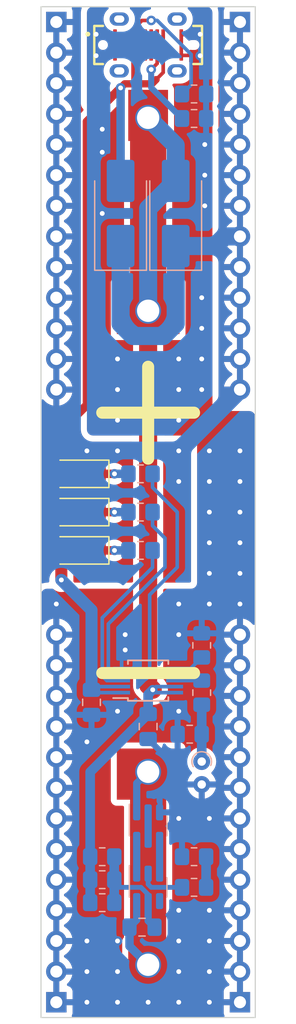
<source format=kicad_pcb>
(kicad_pcb (version 20221018) (generator pcbnew)
  (layers (0 "F.Cu" signal) (31 "B.Cu" signal) (34 "B.Paste" user) (35 "F.Paste" user) (36 "B.SilkS" user "B.Silkscreen") (37 "F.SilkS" user "F.Silkscreen") (38 "B.Mask" user) (39 "F.Mask" user) (44 "Edge.Cuts" user))
  (net 0 "")
  (net 1 "-BATT")
  (net 2 "Net-(Q1-G2)")
  (net 3 "Net-(Q1-G1)")
  (net 4 "+BATT")
  (net 5 "Net-(U1-THERM)")
  (net 6 "Net-(U1-STAT1)")
  (net 7 "Net-(U1-STAT2)")
  (net 8 "Net-(U1-~{PG}{slash}~{TE})")
  (net 9 "VBUS")
  (net 10 "Net-(R6-Pad1)")
  (net 11 "GND")
  (net 12 "Net-(D3-K)")
  (net 13 "Net-(R11-Pad2)")
  (net 14 "Net-(U2-VM)")
  (net 15 "Net-(U1-PROG)")
  (net 16 "Net-(J1-CC2)")
  (net 17 "Net-(J1-CC1)")
  (net 18 "Net-(D1-K)")
  (net 19 "Net-(D2-K)")
  (net 21 "Net-(Q1-D1{slash}D2-Pad2)")
  (net 29 "VCC")
  (net 30 "Net-(U2-VDD)")
  (footprint "LED_SMD:LED_1206_3216Metric_Pad1.42x1.75mm_HandSolder" (layer "F.Cu") (at 168.275 98.425 180)
    (fp_text reference "D3" hide)
    (fp_text value "Green")
    (fp_line (start -2.46 -1.135) (end -2.46 1.135) (stroke (width 0.12)) (layer "F.SilkS"))
    (fp_line (start -2.46 1.135) (end 1.6 1.135) (stroke (width 0.12)) (layer "F.SilkS"))
    (fp_line (start 1.6 -1.135) (end -2.46 -1.135) (stroke (width 0.12)) (layer "F.SilkS"))
    (pad "1" smd roundrect (at -1.4875 0 180) (size 1.425 1.75) (layers "F.Cu" "F.Paste" "F.Mask") (roundrect_rratio 0.175439) (net 12 "Net-(D3-K)"))
    (pad "2" smd roundrect (at 1.4875 0 180) (size 1.425 1.75) (layers "F.Cu" "F.Paste" "F.Mask") (roundrect_rratio 0.175439) (net 9 "VBUS"))
  )
  (footprint "Lantern:GCT_USB4120-03-C" (layer "F.Cu") (at 173.99 62.865)
    (fp_text reference "J1" hide)
    (fp_text value "USB_C_Receptacle_USB2.0")
    (fp_line (start -4.47 -1.58) (end -4.47 1.58) (stroke (width 0.2)) (layer "F.SilkS"))
    (fp_line (start -4.47 1.58) (end -3.75 1.58) (stroke (width 0.2)) (layer "F.SilkS"))
    (fp_line (start -3.75 -1.58) (end -4.47 -1.58) (stroke (width 0.2)) (layer "F.SilkS"))
    (fp_line (start 3.75 -1.58) (end 4.47 -1.58) (stroke (width 0.2)) (layer "F.SilkS"))
    (fp_line (start 4.47 -1.58) (end 4.47 1.58) (stroke (width 0.2)) (layer "F.SilkS"))
    (fp_line (start 4.47 1.58) (end 3.75 1.58) (stroke (width 0.2)) (layer "F.SilkS"))
    (fp_circle (center -5 -0.9) (end -4.9 -0.9) (stroke (width 0.2)) (fill none) (layer "F.SilkS"))
    (pad "" np_thru_hole circle (at -3.75 0) (size 0.52 0.52) (drill 0.52) (layers "*.Cu" "*.Mask"))
    (pad "" np_thru_hole oval (at 3.75 0) (size 0.72 0.52) (drill oval 0.72 0.52) (layers "F&B.Cu" "*.Mask"))
    (pad "A1" smd roundrect (at -2.75 -0.865) (size 0.3 0.87) (layers "F.Cu" "F.Paste" "F.Mask") (roundrect_rratio 0.1666666667) (net 11 "GND"))
    (pad "A4" smd roundrect (at -1.25 -0.865) (size 0.3 0.87) (layers "F.Cu" "F.Paste" "F.Mask") (roundrect_rratio 0.1666666667) (net 9 "VBUS"))
    (pad "A5" smd roundrect (at -0.75 -0.865) (size 0.3 0.87) (layers "F.Cu" "F.Paste" "F.Mask") (roundrect_rratio 0.1666666667) (net 17 "Net-(J1-CC1)"))
    (pad "A6" smd roundrect (at -0.25 -0.865) (size 0.3 0.87) (layers "F.Cu" "F.Paste" "F.Mask") (roundrect_rratio 0.1666666667))
    (pad "A7" smd roundrect (at 0.25 -0.865) (size 0.3 0.87) (layers "F.Cu" "F.Paste" "F.Mask") (roundrect_rratio 0.1666666667))
    (pad "A8" smd roundrect (at 0.75 -0.865) (size 0.3 0.87) (layers "F.Cu" "F.Paste" "F.Mask") (roundrect_rratio 0.1666666667))
    (pad "A9" smd roundrect (at 1.25 -0.865) (size 0.3 0.87) (layers "F.Cu" "F.Paste" "F.Mask") (roundrect_rratio 0.1666666667) (net 9 "VBUS"))
    (pad "A12" smd roundrect (at 2.75 -0.865) (size 0.3 0.87) (layers "F.Cu" "F.Paste" "F.Mask") (roundrect_rratio 0.1666666667) (net 11 "GND"))
    (pad "B1" smd roundrect (at 2.75 0.865) (size 0.3 0.87) (layers "F.Cu" "F.Paste" "F.Mask") (roundrect_rratio 0.1666666667) (net 11 "GND"))
    (pad "B4" smd roundrect (at 1.25 0.865) (size 0.3 0.87) (layers "F.Cu" "F.Paste" "F.Mask") (roundrect_rratio 0.1666666667) (net 9 "VBUS"))
    (pad "B5" smd roundrect (at 0.75 0.865) (size 0.3 0.87) (layers "F.Cu" "F.Paste" "F.Mask") (roundrect_rratio 0.1666666667) (net 16 "Net-(J1-CC2)"))
    (pad "B6" smd roundrect (at 0.25 0.865) (size 0.3 0.87) (layers "F.Cu" "F.Paste" "F.Mask") (roundrect_rratio 0.1666666667))
    (pad "B7" smd roundrect (at -0.25 0.865) (size 0.3 0.87) (layers "F.Cu" "F.Paste" "F.Mask") (roundrect_rratio 0.1666666667))
    (pad "B8" smd roundrect (at -0.75 0.865) (size 0.3 0.87) (layers "F.Cu" "F.Paste" "F.Mask") (roundrect_rratio 0.1666666667))
    (pad "B9" smd roundrect (at -1.25 0.865) (size 0.3 0.87) (layers "F.Cu" "F.Paste" "F.Mask") (roundrect_rratio 0.1666666667) (net 9 "VBUS"))
    (pad "B12" smd roundrect (at -2.75 0.865) (size 0.3 0.87) (layers "F.Cu" "F.Paste" "F.Mask") (roundrect_rratio 0.1666666667) (net 11 "GND"))
    (pad "S1" thru_hole oval (at -2.4 -2.15) (size 1.6 1.1) (drill oval 0.85 0.6) (layers "*.Cu" "*.Mask"))
    (pad "S1" thru_hole oval (at -2.4 2.15) (size 1.6 1.1) (drill oval 0.85 0.6) (layers "*.Cu" "*.Mask"))
    (pad "S1" thru_hole oval (at 2.4 -2.15) (size 1.6 1.1) (drill oval 0.85 0.6) (layers "*.Cu" "*.Mask"))
    (pad "S1" thru_hole oval (at 2.4 2.15) (size 1.6 1.1) (drill oval 0.85 0.6) (layers "*.Cu" "*.Mask"))
  )
  (footprint "LED_SMD:LED_1206_3216Metric_Pad1.42x1.75mm_HandSolder" (layer "F.Cu") (at 168.275 101.6 180)
    (fp_text reference "D2" hide)
    (fp_text value "Green")
    (fp_line (start -2.46 -1.135) (end -2.46 1.135) (stroke (width 0.12)) (layer "F.SilkS"))
    (fp_line (start -2.46 1.135) (end 1.6 1.135) (stroke (width 0.12)) (layer "F.SilkS"))
    (fp_line (start 1.6 -1.135) (end -2.46 -1.135) (stroke (width 0.12)) (layer "F.SilkS"))
    (pad "1" smd roundrect (at -1.4875 0 180) (size 1.425 1.75) (layers "F.Cu" "F.Paste" "F.Mask") (roundrect_rratio 0.175439) (net 19 "Net-(D2-K)"))
    (pad "2" smd roundrect (at 1.4875 0 180) (size 1.425 1.75) (layers "F.Cu" "F.Paste" "F.Mask") (roundrect_rratio 0.175439) (net 9 "VBUS"))
  )
  (footprint "Lantern:Keystone_254_holder" (layer "F.Cu") (at 173.99 104.02)
    (fp_text reference "BT1" hide)
    (fp_text value "Li-ion cell")
    (fp_text user "-" (at 0 10.16 unlocked) (layer "F.SilkS") (effects (font (size 10 10) (thickness 1))))
    (fp_text user "+" (at 0 -11.43 unlocked) (layer "F.SilkS") (effects (font (size 10 10) (thickness 1))))
    (pad "1" smd rect (at 0 -35.315 270) (size 4.24 3.3) (layers "F.Cu" "F.Paste" "F.Mask") (net 4 "+BATT"))
    (pad "1" thru_hole circle (at 0 -35.115 270) (size 2.15 2.15) (drill 1.85) (layers "*.Cu" "*.Mask") (net 4 "+BATT"))
    (pad "1" smd rect (at 0 -19.305 270) (size 4.24 5.2) (layers "F.Cu" "F.Paste" "F.Mask") (net 4 "+BATT"))
    (pad "1" thru_hole circle (at 0 -19.115 270) (size 2.15 2.15) (drill 1.85) (layers "*.Cu" "*.Mask") (net 4 "+BATT"))
    (pad "2" thru_hole circle (at 0 19.115 270) (size 2.15 2.15) (drill 1.85) (layers "*.Cu" "*.Mask") (net 1 "-BATT"))
    (pad "2" smd rect (at 0 19.305 270) (size 4.24 5.2) (layers "F.Cu" "F.Paste" "F.Mask") (net 1 "-BATT"))
    (pad "2" thru_hole circle (at 0 35.115 270) (size 2.15 2.15) (drill 1.85) (layers "*.Cu" "*.Mask") (net 1 "-BATT"))
    (pad "2" smd rect (at 0 35.315 270) (size 4.24 3.3) (layers "F.Cu" "F.Paste" "F.Mask") (net 1 "-BATT"))
  )
  (footprint "LED_SMD:LED_1206_3216Metric_Pad1.42x1.75mm_HandSolder" (layer "F.Cu") (at 168.275 104.775 180)
    (fp_text reference "D1" hide)
    (fp_text value "Green")
    (fp_line (start -2.46 -1.135) (end -2.46 1.135) (stroke (width 0.12)) (layer "F.SilkS"))
    (fp_line (start -2.46 1.135) (end 1.6 1.135) (stroke (width 0.12)) (layer "F.SilkS"))
    (fp_line (start 1.6 -1.135) (end -2.46 -1.135) (stroke (width 0.12)) (layer "F.SilkS"))
    (pad "1" smd roundrect (at -1.4875 0 180) (size 1.425 1.75) (layers "F.Cu" "F.Paste" "F.Mask") (roundrect_rratio 0.175439) (net 18 "Net-(D1-K)"))
    (pad "2" smd roundrect (at 1.4875 0 180) (size 1.425 1.75) (layers "F.Cu" "F.Paste" "F.Mask") (roundrect_rratio 0.175439) (net 9 "VBUS"))
  )
  (footprint "Capacitor_SMD:C_0805_2012Metric_Pad1.18x1.45mm_HandSolder" (layer "B.Cu") (at 173.482 136.017 180)
    (fp_text reference "C3" hide)
    (fp_text value "0µ1")
    (fp_line (start -0.261252 -0.735) (end 0.261252 -0.735) (stroke (width 0.12)) (layer "B.SilkS"))
    (fp_line (start -0.261252 0.735) (end 0.261252 0.735) (stroke (width 0.12)) (layer "B.SilkS"))
    (pad "1" smd roundrect (at -1.0375 0 180) (size 1.175 1.45) (layers "B.Cu" "B.Paste" "B.Mask") (roundrect_rratio 0.212766) (net 30 "Net-(U2-VDD)"))
    (pad "2" smd roundrect (at 1.0375 0 180) (size 1.175 1.45) (layers "B.Cu" "B.Paste" "B.Mask") (roundrect_rratio 0.212766) (net 1 "-BATT"))
  )
  (footprint "Connector_PinHeader_2.54mm:PinHeader_1x13_P2.54mm_Vertical" (layer "B.Cu") (at 181.61 142.24)
    (fp_text reference "J5" hide)
    (fp_text value "Conn_01x13")
    (pad "1" thru_hole rect (at 0 0) (size 1.7 1.7) (drill 1) (layers "*.Cu" "*.Mask") (net 11 "GND"))
    (pad "2" thru_hole oval (at 0 -2.54) (size 1.7 1.7) (drill 1) (layers "*.Cu" "*.Mask") (net 11 "GND"))
    (pad "3" thru_hole oval (at 0 -5.08) (size 1.7 1.7) (drill 1) (layers "*.Cu" "*.Mask") (net 11 "GND"))
    (pad "4" thru_hole oval (at 0 -7.62) (size 1.7 1.7) (drill 1) (layers "*.Cu" "*.Mask") (net 11 "GND"))
    (pad "5" thru_hole oval (at 0 -10.16) (size 1.7 1.7) (drill 1) (layers "*.Cu" "*.Mask") (net 11 "GND"))
    (pad "6" thru_hole oval (at 0 -12.7) (size 1.7 1.7) (drill 1) (layers "*.Cu" "*.Mask") (net 11 "GND"))
    (pad "7" thru_hole oval (at 0 -15.24) (size 1.7 1.7) (drill 1) (layers "*.Cu" "*.Mask") (net 11 "GND"))
    (pad "8" thru_hole oval (at 0 -17.78) (size 1.7 1.7) (drill 1) (layers "*.Cu" "*.Mask") (net 11 "GND"))
    (pad "9" thru_hole oval (at 0 -20.32) (size 1.7 1.7) (drill 1) (layers "*.Cu" "*.Mask") (net 11 "GND"))
    (pad "10" thru_hole oval (at 0 -22.86) (size 1.7 1.7) (drill 1) (layers "*.Cu" "*.Mask") (net 11 "GND"))
    (pad "11" thru_hole oval (at 0 -25.4) (size 1.7 1.7) (drill 1) (layers "*.Cu" "*.Mask") (net 11 "GND"))
    (pad "12" thru_hole oval (at 0 -27.94) (size 1.7 1.7) (drill 1) (layers "*.Cu" "*.Mask") (net 11 "GND"))
    (pad "13" thru_hole oval (at 0 -30.48) (size 1.7 1.7) (drill 1) (layers "*.Cu" "*.Mask") (net 11 "GND"))
  )
  (footprint "Connector_PinHeader_2.54mm:PinHeader_1x13_P2.54mm_Vertical" (layer "B.Cu") (at 166.37 142.24)
    (fp_text reference "J4" hide)
    (fp_text value "Conn_01x13")
    (pad "1" thru_hole rect (at 0 0) (size 1.7 1.7) (drill 1) (layers "*.Cu" "*.Mask") (net 11 "GND"))
    (pad "2" thru_hole oval (at 0 -2.54) (size 1.7 1.7) (drill 1) (layers "*.Cu" "*.Mask") (net 11 "GND"))
    (pad "3" thru_hole oval (at 0 -5.08) (size 1.7 1.7) (drill 1) (layers "*.Cu" "*.Mask") (net 11 "GND"))
    (pad "4" thru_hole oval (at 0 -7.62) (size 1.7 1.7) (drill 1) (layers "*.Cu" "*.Mask") (net 11 "GND"))
    (pad "5" thru_hole oval (at 0 -10.16) (size 1.7 1.7) (drill 1) (layers "*.Cu" "*.Mask") (net 11 "GND"))
    (pad "6" thru_hole oval (at 0 -12.7) (size 1.7 1.7) (drill 1) (layers "*.Cu" "*.Mask") (net 11 "GND"))
    (pad "7" thru_hole oval (at 0 -15.24) (size 1.7 1.7) (drill 1) (layers "*.Cu" "*.Mask") (net 11 "GND"))
    (pad "8" thru_hole oval (at 0 -17.78) (size 1.7 1.7) (drill 1) (layers "*.Cu" "*.Mask") (net 11 "GND"))
    (pad "9" thru_hole oval (at 0 -20.32) (size 1.7 1.7) (drill 1) (layers "*.Cu" "*.Mask") (net 11 "GND"))
    (pad "10" thru_hole oval (at 0 -22.86) (size 1.7 1.7) (drill 1) (layers "*.Cu" "*.Mask") (net 11 "GND"))
    (pad "11" thru_hole oval (at 0 -25.4) (size 1.7 1.7) (drill 1) (layers "*.Cu" "*.Mask") (net 11 "GND"))
    (pad "12" thru_hole oval (at 0 -27.94) (size 1.7 1.7) (drill 1) (layers "*.Cu" "*.Mask") (net 11 "GND"))
    (pad "13" thru_hole oval (at 0 -30.48) (size 1.7 1.7) (drill 1) (layers "*.Cu" "*.Mask") (net 11 "GND"))
  )
  (footprint "Capacitor_SMD:C_0805_2012Metric_Pad1.18x1.45mm_HandSolder" (layer "B.Cu") (at 169.291 117.3734 -90)
    (fp_text reference "C1" hide)
    (fp_text value "10µ")
    (fp_line (start -0.261252 -0.735) (end 0.261252 -0.735) (stroke (width 0.12)) (layer "B.SilkS"))
    (fp_line (start -0.261252 0.735) (end 0.261252 0.735) (stroke (width 0.12)) (layer "B.SilkS"))
    (pad "1" smd roundrect (at -1.0375 0 270) (size 1.175 1.45) (layers "B.Cu" "B.Paste" "B.Mask") (roundrect_rratio 0.212766) (net 9 "VBUS"))
    (pad "2" smd roundrect (at 1.0375 0 270) (size 1.175 1.45) (layers "B.Cu" "B.Paste" "B.Mask") (roundrect_rratio 0.212766) (net 11 "GND"))
  )
  (footprint "Resistor_SMD:R_0805_2012Metric_Pad1.20x1.40mm_HandSolder" (layer "B.Cu") (at 177.8 66.929)
    (fp_text reference "R2" hide)
    (fp_text value "5k1")
    (fp_line (start -0.227064 -0.735) (end 0.227064 -0.735) (stroke (width 0.12)) (layer "B.SilkS"))
    (fp_line (start -0.227064 0.735) (end 0.227064 0.735) (stroke (width 0.12)) (layer "B.SilkS"))
    (pad "1" smd roundrect (at -1 0) (size 1.2 1.4) (layers "B.Cu" "B.Paste" "B.Mask") (roundrect_rratio 0.208333) (net 17 "Net-(J1-CC1)"))
    (pad "2" smd roundrect (at 1 0) (size 1.2 1.4) (layers "B.Cu" "B.Paste" "B.Mask") (roundrect_rratio 0.208333) (net 11 "GND"))
  )
  (footprint "Connector_PinHeader_2.54mm:PinHeader_1x13_P2.54mm_Vertical" (layer "B.Cu") (at 166.37 60.96 180)
    (fp_text reference "J2" hide)
    (fp_text value "Conn_01x13")
    (pad "1" thru_hole rect (at 0 0 180) (size 1.7 1.7) (drill 1) (layers "*.Cu" "*.Mask") (net 29 "VCC"))
    (pad "2" thru_hole oval (at 0 -2.54 180) (size 1.7 1.7) (drill 1) (layers "*.Cu" "*.Mask") (net 29 "VCC"))
    (pad "3" thru_hole oval (at 0 -5.08 180) (size 1.7 1.7) (drill 1) (layers "*.Cu" "*.Mask") (net 29 "VCC"))
    (pad "4" thru_hole oval (at 0 -7.62 180) (size 1.7 1.7) (drill 1) (layers "*.Cu" "*.Mask") (net 29 "VCC"))
    (pad "5" thru_hole oval (at 0 -10.16 180) (size 1.7 1.7) (drill 1) (layers "*.Cu" "*.Mask") (net 29 "VCC"))
    (pad "6" thru_hole oval (at 0 -12.7 180) (size 1.7 1.7) (drill 1) (layers "*.Cu" "*.Mask") (net 29 "VCC"))
    (pad "7" thru_hole oval (at 0 -15.24 180) (size 1.7 1.7) (drill 1) (layers "*.Cu" "*.Mask") (net 29 "VCC"))
    (pad "8" thru_hole oval (at 0 -17.78 180) (size 1.7 1.7) (drill 1) (layers "*.Cu" "*.Mask") (net 29 "VCC"))
    (pad "9" thru_hole oval (at 0 -20.32 180) (size 1.7 1.7) (drill 1) (layers "*.Cu" "*.Mask") (net 29 "VCC"))
    (pad "10" thru_hole oval (at 0 -22.86 180) (size 1.7 1.7) (drill 1) (layers "*.Cu" "*.Mask") (net 29 "VCC"))
    (pad "11" thru_hole oval (at 0 -25.4 180) (size 1.7 1.7) (drill 1) (layers "*.Cu" "*.Mask") (net 29 "VCC"))
    (pad "12" thru_hole oval (at 0 -27.94 180) (size 1.7 1.7) (drill 1) (layers "*.Cu" "*.Mask") (net 29 "VCC"))
    (pad "13" thru_hole oval (at 0 -30.48 180) (size 1.7 1.7) (drill 1) (layers "*.Cu" "*.Mask") (net 29 "VCC"))
  )
  (footprint "Resistor_SMD:R_0805_2012Metric_Pad1.20x1.40mm_HandSolder" (layer "B.Cu") (at 178.435 112.649 -90)
    (fp_text reference "R13" hide)
    (fp_text value "1k")
    (fp_line (start -0.227064 -0.735) (end 0.227064 -0.735) (stroke (width 0.12)) (layer "B.SilkS"))
    (fp_line (start -0.227064 0.735) (end 0.227064 0.735) (stroke (width 0.12)) (layer "B.SilkS"))
    (pad "1" smd roundrect (at -1 0 270) (size 1.2 1.4) (layers "B.Cu" "B.Paste" "B.Mask") (roundrect_rratio 0.208333) (net 11 "GND"))
    (pad "2" smd roundrect (at 1 0 270) (size 1.2 1.4) (layers "B.Cu" "B.Paste" "B.Mask") (roundrect_rratio 0.208333) (net 15 "Net-(U1-PROG)"))
  )
  (footprint "Resistor_SMD:R_0805_2012Metric_Pad1.20x1.40mm_HandSolder" (layer "B.Cu") (at 170.18 132.08)
    (fp_text reference "R9" hide)
    (fp_text value "1k")
    (fp_line (start -0.227064 -0.735) (end 0.227064 -0.735) (stroke (width 0.12)) (layer "B.SilkS"))
    (fp_line (start -0.227064 0.735) (end 0.227064 0.735) (stroke (width 0.12)) (layer "B.SilkS"))
    (pad "1" smd roundrect (at -1 0) (size 1.2 1.4) (layers "B.Cu" "B.Paste" "B.Mask") (roundrect_rratio 0.208333) (net 4 "+BATT"))
    (pad "2" smd roundrect (at 1 0) (size 1.2 1.4) (layers "B.Cu" "B.Paste" "B.Mask") (roundrect_rratio 0.208333) (net 30 "Net-(U2-VDD)"))
  )
  (footprint "Diode_SMD:D_SMB_Handsoldering" (layer "B.Cu") (at 176.276 76.835 90)
    (fp_text reference "D4" hide)
    (fp_text value "VS-10BQ015")
    (fp_line (start -4.71 -2.15) (end 2.7 -2.15) (stroke (width 0.12)) (layer "B.SilkS"))
    (fp_line (start -4.71 2.15) (end -4.71 -2.15) (stroke (width 0.12)) (layer "B.SilkS"))
    (fp_line (start -4.71 2.15) (end 2.7 2.15) (stroke (width 0.12)) (layer "B.SilkS"))
    (pad "1" smd roundrect (at -2.7 0 90) (size 3.5 2.3) (layers "B.Cu" "B.Paste" "B.Mask") (roundrect_rratio 0.1086956522) (net 29 "VCC"))
    (pad "2" smd roundrect (at 2.7 0 90) (size 3.5 2.3) (layers "B.Cu" "B.Paste" "B.Mask") (roundrect_rratio 0.1086956522) (net 4 "+BATT"))
  )
  (footprint "Resistor_SMD:R_0805_2012Metric_Pad1.20x1.40mm_HandSolder" (layer "B.Cu") (at 178.435 116.57 90)
    (fp_text reference "R6" hide)
    (fp_text value "1k")
    (fp_line (start -0.227064 -0.735) (end 0.227064 -0.735) (stroke (width 0.12)) (layer "B.SilkS"))
    (fp_line (start -0.227064 0.735) (end 0.227064 0.735) (stroke (width 0.12)) (layer "B.SilkS"))
    (pad "1" smd roundrect (at -1 0 90) (size 1.2 1.4) (layers "B.Cu" "B.Paste" "B.Mask") (roundrect_rratio 0.208333) (net 10 "Net-(R6-Pad1)"))
    (pad "2" smd roundrect (at 1 0 90) (size 1.2 1.4) (layers "B.Cu" "B.Paste" "B.Mask") (roundrect_rratio 0.208333) (net 5 "Net-(U1-THERM)"))
  )
  (footprint "Diode_SMD:D_SMB_Handsoldering" (layer "B.Cu") (at 171.704 76.835 90)
    (fp_text reference "D5" hide)
    (fp_text value "VS-10BQ015")
    (fp_line (start -4.71 -2.15) (end 2.7 -2.15) (stroke (width 0.12)) (layer "B.SilkS"))
    (fp_line (start -4.71 2.15) (end -4.71 -2.15) (stroke (width 0.12)) (layer "B.SilkS"))
    (fp_line (start -4.71 2.15) (end 2.7 2.15) (stroke (width 0.12)) (layer "B.SilkS"))
    (pad "1" smd roundrect (at -2.7 0 90) (size 3.5 2.3) (layers "B.Cu" "B.Paste" "B.Mask") (roundrect_rratio 0.1086956522) (net 29 "VCC"))
    (pad "2" smd roundrect (at 2.7 0 90) (size 3.5 2.3) (layers "B.Cu" "B.Paste" "B.Mask") (roundrect_rratio 0.1086956522) (net 9 "VBUS"))
  )
  (footprint "Resistor_SMD:R_0805_2012Metric_Pad1.20x1.40mm_HandSolder" (layer "B.Cu") (at 177.8 132.715)
    (fp_text reference "R11" hide)
    (fp_text value "1k")
    (fp_line (start -0.227064 -0.735) (end 0.227064 -0.735) (stroke (width 0.12)) (layer "B.SilkS"))
    (fp_line (start -0.227064 0.735) (end 0.227064 0.735) (stroke (width 0.12)) (layer "B.SilkS"))
    (pad "1" smd roundrect (at -1 0) (size 1.2 1.4) (layers "B.Cu" "B.Paste" "B.Mask") (roundrect_rratio 0.208333) (net 14 "Net-(U2-VM)"))
    (pad "2" smd roundrect (at 1 0) (size 1.2 1.4) (layers "B.Cu" "B.Paste" "B.Mask") (roundrect_rratio 0.208333) (net 13 "Net-(R11-Pad2)"))
  )
  (footprint "Resistor_SMD:R_0805_2012Metric_Pad1.20x1.40mm_HandSolder" (layer "B.Cu") (at 177.8 68.961)
    (fp_text reference "R1" hide)
    (fp_text value "5k1")
    (fp_line (start -0.227064 -0.735) (end 0.227064 -0.735) (stroke (width 0.12)) (layer "B.SilkS"))
    (fp_line (start -0.227064 0.735) (end 0.227064 0.735) (stroke (width 0.12)) (layer "B.SilkS"))
    (pad "1" smd roundrect (at -1 0) (size 1.2 1.4) (layers "B.Cu" "B.Paste" "B.Mask") (roundrect_rratio 0.208333) (net 16 "Net-(J1-CC2)"))
    (pad "2" smd roundrect (at 1 0) (size 1.2 1.4) (layers "B.Cu" "B.Paste" "B.Mask") (roundrect_rratio 0.208333) (net 11 "GND"))
  )
  (footprint "Resistor_SMD:R_0805_2012Metric_Pad1.20x1.40mm_HandSolder" (layer "B.Cu") (at 173.355 104.775 180)
    (fp_text reference "R3" hide)
    (fp_text value "1k")
    (fp_line (start -0.227064 -0.735) (end 0.227064 -0.735) (stroke (width 0.12)) (layer "B.SilkS"))
    (fp_line (start -0.227064 0.735) (end 0.227064 0.735) (stroke (width 0.12)) (layer "B.SilkS"))
    (pad "1" smd roundrect (at -1 0 180) (size 1.2 1.4) (layers "B.Cu" "B.Paste" "B.Mask") (roundrect_rratio 0.208333) (net 6 "Net-(U1-STAT1)"))
    (pad "2" smd roundrect (at 1 0 180) (size 1.2 1.4) (layers "B.Cu" "B.Paste" "B.Mask") (roundrect_rratio 0.208333) (net 18 "Net-(D1-K)"))
  )
  (footprint "Resistor_SMD:R_0805_2012Metric_Pad1.20x1.40mm_HandSolder" (layer "B.Cu") (at 173.355 101.6 180)
    (fp_text reference "R4" hide)
    (fp_text value "1k")
    (fp_line (start -0.227064 -0.735) (end 0.227064 -0.735) (stroke (width 0.12)) (layer "B.SilkS"))
    (fp_line (start -0.227064 0.735) (end 0.227064 0.735) (stroke (width 0.12)) (layer "B.SilkS"))
    (pad "1" smd roundrect (at -1 0 180) (size 1.2 1.4) (layers "B.Cu" "B.Paste" "B.Mask") (roundrect_rratio 0.208333) (net 7 "Net-(U1-STAT2)"))
    (pad "2" smd roundrect (at 1 0 180) (size 1.2 1.4) (layers "B.Cu" "B.Paste" "B.Mask") (roundrect_rratio 0.208333) (net 19 "Net-(D2-K)"))
  )
  (footprint "Connector_PinHeader_2.54mm:PinHeader_1x13_P2.54mm_Vertical" (layer "B.Cu") (at 181.61 60.96 180)
    (fp_text reference "J3" hide)
    (fp_text value "Conn_01x13")
    (pad "1" thru_hole rect (at 0 0 180) (size 1.7 1.7) (drill 1) (layers "*.Cu" "*.Mask") (net 29 "VCC"))
    (pad "2" thru_hole oval (at 0 -2.54 180) (size 1.7 1.7) (drill 1) (layers "*.Cu" "*.Mask") (net 29 "VCC"))
    (pad "3" thru_hole oval (at 0 -5.08 180) (size 1.7 1.7) (drill 1) (layers "*.Cu" "*.Mask") (net 29 "VCC"))
    (pad "4" thru_hole oval (at 0 -7.62 180) (size 1.7 1.7) (drill 1) (layers "*.Cu" "*.Mask") (net 29 "VCC"))
    (pad "5" thru_hole oval (at 0 -10.16 180) (size 1.7 1.7) (drill 1) (layers "*.Cu" "*.Mask") (net 29 "VCC"))
    (pad "6" thru_hole oval (at 0 -12.7 180) (size 1.7 1.7) (drill 1) (layers "*.Cu" "*.Mask") (net 29 "VCC"))
    (pad "7" thru_hole oval (at 0 -15.24 180) (size 1.7 1.7) (drill 1) (layers "*.Cu" "*.Mask") (net 29 "VCC"))
    (pad "8" thru_hole oval (at 0 -17.78 180) (size 1.7 1.7) (drill 1) (layers "*.Cu" "*.Mask") (net 29 "VCC"))
    (pad "9" thru_hole oval (at 0 -20.32 180) (size 1.7 1.7) (drill 1) (layers "*.Cu" "*.Mask") (net 29 "VCC"))
    (pad "10" thru_hole oval (at 0 -22.86 180) (size 1.7 1.7) (drill 1) (layers "*.Cu" "*.Mask") (net 29 "VCC"))
    (pad "11" thru_hole oval (at 0 -25.4 180) (size 1.7 1.7) (drill 1) (layers "*.Cu" "*.Mask") (net 29 "VCC"))
    (pad "12" thru_hole oval (at 0 -27.94 180) (size 1.7 1.7) (drill 1) (layers "*.Cu" "*.Mask") (net 29 "VCC"))
    (pad "13" thru_hole oval (at 0 -30.48 180) (size 1.7 1.7) (drill 1) (layers "*.Cu" "*.Mask") (net 29 "VCC"))
  )
  (footprint "Resistor_SMD:R_0805_2012Metric_Pad1.20x1.40mm_HandSolder" (layer "B.Cu") (at 170.18 133.985)
    (fp_text reference "R8" hide)
    (fp_text value "1k")
    (fp_line (start -0.227064 -0.735) (end 0.227064 -0.735) (stroke (width 0.12)) (layer "B.SilkS"))
    (fp_line (start -0.227064 0.735) (end 0.227064 0.735) (stroke (width 0.12)) (layer "B.SilkS"))
    (pad "1" smd roundrect (at -1 0) (size 1.2 1.4) (layers "B.Cu" "B.Paste" "B.Mask") (roundrect_rratio 0.208333) (net 4 "+BATT"))
    (pad "2" smd roundrect (at 1 0) (size 1.2 1.4) (layers "B.Cu" "B.Paste" "B.Mask") (roundrect_rratio 0.208333) (net 30 "Net-(U2-VDD)"))
  )
  (footprint "Capacitor_SMD:C_0805_2012Metric_Pad1.18x1.45mm_HandSolder" (layer "B.Cu") (at 173.99 119.38 -90)
    (fp_text reference "C2" hide)
    (fp_text value "10µ")
    (fp_line (start -0.261252 -0.735) (end 0.261252 -0.735) (stroke (width 0.12)) (layer "B.SilkS"))
    (fp_line (start -0.261252 0.735) (end 0.261252 0.735) (stroke (width 0.12)) (layer "B.SilkS"))
    (pad "1" smd roundrect (at -1.0375 0 270) (size 1.175 1.45) (layers "B.Cu" "B.Paste" "B.Mask") (roundrect_rratio 0.212766) (net 4 "+BATT"))
    (pad "2" smd roundrect (at 1.0375 0 270) (size 1.175 1.45) (layers "B.Cu" "B.Paste" "B.Mask") (roundrect_rratio 0.212766) (net 11 "GND"))
  )
  (footprint "Resistor_SMD:R_0805_2012Metric_Pad1.20x1.40mm_HandSolder" (layer "B.Cu") (at 177.435 120.015 180)
    (fp_text reference "R7" hide)
    (fp_text value "100k")
    (fp_line (start -0.227064 -0.735) (end 0.227064 -0.735) (stroke (width 0.12)) (layer "B.SilkS"))
    (fp_line (start -0.227064 0.735) (end 0.227064 0.735) (stroke (width 0.12)) (layer "B.SilkS"))
    (pad "1" smd roundrect (at -1 0 180) (size 1.2 1.4) (layers "B.Cu" "B.Paste" "B.Mask") (roundrect_rratio 0.208333) (net 10 "Net-(R6-Pad1)"))
    (pad "2" smd roundrect (at 1 0 180) (size 1.2 1.4) (layers "B.Cu" "B.Paste" "B.Mask") (roundrect_rratio 0.208333) (net 11 "GND"))
  )
  (footprint "Resistor_THT:R_Axial_DIN0204_L3.6mm_D1.6mm_P1.90mm_Vertical" (layer "B.Cu") (at 178.435 122.285 -90)
    (fp_text reference "TH1" hide)
    (fp_text value "10k")
    (fp_arc (start 0.417133 0.7) (mid -0.813042 0.054435) (end 0.320095 -0.749359) (stroke (width 0.12)) (layer "B.SilkS"))
    (pad "1" thru_hole circle (at 0 0 270) (size 1.4 1.4) (drill 0.7) (layers "*.Cu" "*.Mask") (net 10 "Net-(R6-Pad1)"))
    (pad "2" thru_hole oval (at 1.9 0 270) (size 1.4 1.4) (drill 0.7) (layers "*.Cu" "*.Mask") (net 11 "GND"))
  )
  (footprint "Resistor_SMD:R_0805_2012Metric_Pad1.20x1.40mm_HandSolder" (layer "B.Cu") (at 170.18 130.175)
    (fp_text reference "R10" hide)
    (fp_text value "1k")
    (fp_line (start -0.227064 -0.735) (end 0.227064 -0.735) (stroke (width 0.12)) (layer "B.SilkS"))
    (fp_line (start -0.227064 0.735) (end 0.227064 0.735) (stroke (width 0.12)) (layer "B.SilkS"))
    (pad "1" smd roundrect (at -1 0) (size 1.2 1.4) (layers "B.Cu" "B.Paste" "B.Mask") (roundrect_rratio 0.208333) (net 4 "+BATT"))
    (pad "2" smd roundrect (at 1 0) (size 1.2 1.4) (layers "B.Cu" "B.Paste" "B.Mask") (roundrect_rratio 0.208333) (net 30 "Net-(U2-VDD)"))
  )
  (footprint "Package_TO_SOT_SMD:SOT-23-6" (layer "B.Cu") (at 173.99 127.635 -90)
    (fp_text reference "Q1" hide)
    (fp_text value "DMN2041UVT")
    (fp_line (start 0 -1.56) (end -0.8 -1.56) (stroke (width 0.12)) (layer "B.SilkS"))
    (fp_line (start 0 -1.56) (end 0.8 -1.56) (stroke (width 0.12)) (layer "B.SilkS"))
    (fp_line (start 0 1.56) (end -1.8 1.56) (stroke (width 0.12)) (layer "B.SilkS"))
    (fp_line (start 0 1.56) (end 0.8 1.56) (stroke (width 0.12)) (layer "B.SilkS"))
    (pad "1" smd roundrect (at -1.1375 0.95 270) (size 1.325 0.6) (layers "B.Cu" "B.Paste" "B.Mask") (net 1 "-BATT"))
    (pad "2" smd roundrect (at -1.1375 0 270) (size 1.325 0.6) (layers "B.Cu" "B.Paste" "B.Mask") (net 21 "Net-(Q1-D1{slash}D2-Pad2)"))
    (pad "3" smd roundrect (at -1.1375 -0.95 270) (size 1.325 0.6) (layers "B.Cu" "B.Paste" "B.Mask") (net 11 "GND"))
    (pad "4" smd roundrect (at 1.1375 -0.95 270) (size 1.325 0.6) (layers "B.Cu" "B.Paste" "B.Mask") (net 2 "Net-(Q1-G2)"))
    (pad "5" smd roundrect (at 1.1375 0 270) (size 1.325 0.6) (layers "B.Cu" "B.Paste" "B.Mask") (net 21 "Net-(Q1-D1{slash}D2-Pad2)"))
    (pad "6" smd roundrect (at 1.1375 0.95 270) (size 1.325 0.6) (layers "B.Cu" "B.Paste" "B.Mask") (net 3 "Net-(Q1-G1)"))
  )
  (footprint "Resistor_SMD:R_0805_2012Metric_Pad1.20x1.40mm_HandSolder" (layer "B.Cu") (at 177.8 130.175 180)
    (fp_text reference "R12" hide)
    (fp_text value "1k")
    (fp_line (start -0.227064 -0.735) (end 0.227064 -0.735) (stroke (width 0.12)) (layer "B.SilkS"))
    (fp_line (start -0.227064 0.735) (end 0.227064 0.735) (stroke (width 0.12)) (layer "B.SilkS"))
    (pad "1" smd roundrect (at -1 0 180) (size 1.2 1.4) (layers "B.Cu" "B.Paste" "B.Mask") (roundrect_rratio 0.208333) (net 13 "Net-(R11-Pad2)"))
    (pad "2" smd roundrect (at 1 0 180) (size 1.2 1.4) (layers "B.Cu" "B.Paste" "B.Mask") (roundrect_rratio 0.208333) (net 11 "GND"))
  )
  (footprint "Package_SO:MSOP-10_3x3mm_P0.5mm" (layer "B.Cu") (at 173.99 115.57)
    (fp_text reference "U1" hide)
    (fp_text value "MCP73833/4")
    (fp_line (start -1.675 -1.675) (end -1.675 -1.375) (stroke (width 0.15)) (layer "B.SilkS"))
    (fp_line (start -1.675 -1.675) (end 1.675 -1.675) (stroke (width 0.15)) (layer "B.SilkS"))
    (fp_line (start -1.675 1.45) (end -2.9 1.45) (stroke (width 0.15)) (layer "B.SilkS"))
    (fp_line (start -1.675 1.675) (end -1.675 1.45) (stroke (width 0.15)) (layer "B.SilkS"))
    (fp_line (start -1.675 1.675) (end 1.675 1.675) (stroke (width 0.15)) (layer "B.SilkS"))
    (fp_line (start 1.675 -1.675) (end 1.675 -1.375) (stroke (width 0.15)) (layer "B.SilkS"))
    (fp_line (start 1.675 1.675) (end 1.675 1.375) (stroke (width 0.15)) (layer "B.SilkS"))
    (pad "1" smd rect (at -2.2 1) (size 1.4 0.3) (layers "B.Cu" "B.Paste" "B.Mask") (net 9 "VBUS"))
    (pad "2" smd rect (at -2.2 0.5) (size 1.4 0.3) (layers "B.Cu" "B.Paste" "B.Mask") (net 9 "VBUS"))
    (pad "3" smd rect (at -2.2 0) (size 1.4 0.3) (layers "B.Cu" "B.Paste" "B.Mask") (net 6 "Net-(U1-STAT1)"))
    (pad "4" smd rect (at -2.2 -0.5) (size 1.4 0.3) (layers "B.Cu" "B.Paste" "B.Mask") (net 7 "Net-(U1-STAT2)"))
    (pad "5" smd rect (at -2.2 -1) (size 1.4 0.3) (layers "B.Cu" "B.Paste" "B.Mask") (net 11 "GND"))
    (pad "6" smd rect (at 2.2 -1) (size 1.4 0.3) (layers "B.Cu" "B.Paste" "B.Mask") (net 15 "Net-(U1-PROG)"))
    (pad "7" smd rect (at 2.2 -0.5) (size 1.4 0.3) (layers "B.Cu" "B.Paste" "B.Mask") (net 8 "Net-(U1-~{PG}{slash}~{TE})"))
    (pad "8" smd rect (at 2.2 0) (size 1.4 0.3) (layers "B.Cu" "B.Paste" "B.Mask") (net 5 "Net-(U1-THERM)"))
    (pad "9" smd rect (at 2.2 0.5) (size 1.4 0.3) (layers "B.Cu" "B.Paste" "B.Mask") (net 4 "+BATT"))
    (pad "10" smd rect (at 2.2 1) (size 1.4 0.3) (layers "B.Cu" "B.Paste" "B.Mask") (net 4 "+BATT"))
  )
  (footprint "Package_TO_SOT_SMD:SOT-23-6" (layer "B.Cu") (at 173.99 132.715 -90)
    (fp_text reference "U2" hide)
    (fp_text value "AP9101CK6")
    (fp_line (start 0 -1.56) (end -0.8 -1.56) (stroke (width 0.12)) (layer "B.SilkS"))
    (fp_line (start 0 -1.56) (end 0.8 -1.56) (stroke (width 0.12)) (layer "B.SilkS"))
    (fp_line (start 0 1.56) (end -1.8 1.56) (stroke (width 0.12)) (layer "B.SilkS"))
    (fp_line (start 0 1.56) (end 0.8 1.56) (stroke (width 0.12)) (layer "B.SilkS"))
    (pad "1" smd roundrect (at -1.1375 0.95 270) (size 1.325 0.6) (layers "B.Cu" "B.Paste" "B.Mask") (net 3 "Net-(Q1-G1)"))
    (pad "2" smd roundrect (at -1.1375 0 270) (size 1.325 0.6) (layers "B.Cu" "B.Paste" "B.Mask") (net 14 "Net-(U2-VM)"))
    (pad "3" smd roundrect (at -1.1375 -0.95 270) (size 1.325 0.6) (layers "B.Cu" "B.Paste" "B.Mask") (net 2 "Net-(Q1-G2)"))
    (pad "4" smd roundrect (at 1.1375 -0.95 270) (size 1.325 0.6) (layers "B.Cu" "B.Paste" "B.Mask"))
    (pad "5" smd roundrect (at 1.1375 0 270) (size 1.325 0.6) (layers "B.Cu" "B.Paste" "B.Mask") (net 30 "Net-(U2-VDD)"))
    (pad "6" smd roundrect (at 1.1375 0.95 270) (size 1.325 0.6) (layers "B.Cu" "B.Paste" "B.Mask") (net 1 "-BATT"))
  )
  (footprint "Resistor_SMD:R_0805_2012Metric_Pad1.20x1.40mm_HandSolder" (layer "B.Cu") (at 173.355 98.425 180)
    (fp_text reference "R5" hide)
    (fp_text value "1k")
    (fp_line (start -0.227064 -0.735) (end 0.227064 -0.735) (stroke (width 0.12)) (layer "B.SilkS"))
    (fp_line (start -0.227064 0.735) (end 0.227064 0.735) (stroke (width 0.12)) (layer "B.SilkS"))
    (pad "1" smd roundrect (at -1 0 180) (size 1.2 1.4) (layers "B.Cu" "B.Paste" "B.Mask") (roundrect_rratio 0.208333) (net 8 "Net-(U1-~{PG}{slash}~{TE})"))
    (pad "2" smd roundrect (at 1 0 180) (size 1.2 1.4) (layers "B.Cu" "B.Paste" "B.Mask") (roundrect_rratio 0.208333) (net 12 "Net-(D3-K)"))
  )
  (gr_rect (start 165.1 59.69) (end 182.88 143.51) (stroke (width 0.1)) (fill none) (layer "Edge.Cuts"))
  (segment (start 173.99 123.135) (end 173.99 139.135) (width 3) (layer "F.Cu") (net 1))
  (segment (start 173.04 135.4215) (end 172.4445 136.017) (width 0.6) (layer "B.Cu") (net 1))
  (segment (start 173.04 124.085) (end 173.99 123.135) (width 0.6) (layer "B.Cu") (net 1))
  (segment (start 172.4445 136.017) (end 172.4445 137.5895) (width 0.7) (layer "B.Cu") (net 1))
  (segment (start 172.4445 137.5895) (end 173.99 139.135) (width 0.7) (layer "B.Cu") (net 1))
  (segment (start 173.04 133.8525) (end 173.04 135.4215) (width 0.6) (layer "B.Cu") (net 1))
  (segment (start 173.04 126.4975) (end 173.04 124.085) (width 0.6) (layer "B.Cu") (net 1))
  (segment (start 174.94 131.5775) (end 174.94 128.7725) (width 0.6) (layer "B.Cu") (net 2))
  (segment (start 173.04 131.5775) (end 173.04 128.7725) (width 0.6) (layer "B.Cu") (net 3))
  (segment (start 173.99 115.951) (end 173.99 84.905) (width 1.5) (layer "F.Cu") (net 4))
  (segment (start 174.371 116.332) (end 173.99 115.951) (width 1.5) (layer "F.Cu") (net 4))
  (segment (start 173.99 68.905) (end 173.99 84.905) (width 3) (layer "F.Cu") (net 4))
  (via (at 174.371 116.332) (size 0.8) (drill 0.4) (layers "F.Cu" "B.Cu") (net 4))
  (segment (start 173.99 84.905) (end 173.99 76.421) (width 1.5) (layer "B.Cu") (net 4))
  (segment (start 173.99 118.3425) (end 169.18 123.1525) (width 0.8) (layer "B.Cu") (net 4))
  (segment (start 173.99 118.3425) (end 173.99 116.713) (width 0.8) (layer "B.Cu") (net 4))
  (segment (start 169.18 123.1525) (end 169.18 133.985) (width 0.8) (layer "B.Cu") (net 4))
  (segment (start 176.19 116.07) (end 174.633 116.07) (width 0.3) (layer "B.Cu") (net 4))
  (segment (start 176.19 116.57) (end 174.609 116.57) (width 0.3) (layer "B.Cu") (net 4))
  (segment (start 174.633 116.07) (end 174.371 116.332) (width 0.3) (layer "B.Cu") (net 4))
  (segment (start 176.276 74.135) (end 176.276 71.191) (width 1.5) (layer "B.Cu") (net 4))
  (segment (start 174.609 116.57) (end 174.371 116.332) (width 0.3) (layer "B.Cu") (net 4))
  (segment (start 173.99 76.421) (end 176.276 74.135) (width 1.5) (layer "B.Cu") (net 4))
  (segment (start 173.99 116.713) (end 174.371 116.332) (width 0.8) (layer "B.Cu") (net 4))
  (segment (start 176.276 71.191) (end 173.99 68.905) (width 1.5) (layer "B.Cu") (net 4))
  (segment (start 176.19 115.57) (end 178.165 115.57) (width 0.3) (layer "B.Cu") (net 5))
  (segment (start 170.561 115.57) (end 170.18 115.189) (width 0.3) (layer "B.Cu") (net 6))
  (segment (start 174.355 106.188) (end 174.355 104.775) (width 0.3) (layer "B.Cu") (net 6))
  (segment (start 170.18 115.189) (end 170.18 110.363) (width 0.3) (layer "B.Cu") (net 6))
  (segment (start 170.18 110.363) (end 174.355 106.188) (width 0.3) (layer "B.Cu") (net 6))
  (segment (start 171.79 115.57) (end 170.561 115.57) (width 0.3) (layer "B.Cu") (net 6))
  (segment (start 174.355 102.727) (end 174.355 101.6) (width 0.3) (layer "B.Cu") (net 7))
  (segment (start 170.823 115.07) (end 170.688 114.935) (width 0.3) (layer "B.Cu") (net 7))
  (segment (start 170.688 110.871) (end 175.387 106.172) (width 0.3) (layer "B.Cu") (net 7))
  (segment (start 175.387 106.172) (end 175.387 103.759) (width 0.3) (layer "B.Cu") (net 7))
  (segment (start 170.688 114.935) (end 170.688 110.871) (width 0.3) (layer "B.Cu") (net 7))
  (segment (start 171.79 115.07) (end 170.823 115.07) (width 0.3) (layer "B.Cu") (net 7))
  (segment (start 175.387 103.759) (end 174.355 102.727) (width 0.3) (layer "B.Cu") (net 7))
  (segment (start 174.117 108.458) (end 176.403 106.172) (width 0.3) (layer "B.Cu") (net 8))
  (segment (start 176.403 101.6) (end 174.355 99.552) (width 0.3) (layer "B.Cu") (net 8))
  (segment (start 174.355 99.552) (end 174.355 98.425) (width 0.3) (layer "B.Cu") (net 8))
  (segment (start 174.117 114.554) (end 174.117 108.458) (width 0.3) (layer "B.Cu") (net 8))
  (segment (start 176.403 106.172) (end 176.403 101.6) (width 0.3) (layer "B.Cu") (net 8))
  (segment (start 176.19 115.07) (end 174.633 115.07) (width 0.3) (layer "B.Cu") (net 8))
  (segment (start 174.633 115.07) (end 174.117 114.554) (width 0.3) (layer "B.Cu") (net 8))
  (segment (start 174.6504 65.7352) (end 175.24 65.1456) (width 0.3) (layer "F.Cu") (net 9))
  (segment (start 166.7875 98.425) (end 166.7875 94.8325) (width 0.7) (layer "F.Cu") (net 9))
  (segment (start 166.7875 101.6) (end 166.7875 98.425) (width 0.9) (layer "F.Cu") (net 9))
  (segment (start 168.91 69.215) (end 171.704 66.421) (width 0.7) (layer "F.Cu") (net 9))
  (segment (start 166.7875 94.8325) (end 168.91 92.71) (width 0.7) (layer "F.Cu") (net 9))
  (segment (start 171.704 66.421) (end 172.04 66.085) (width 0.6) (layer "F.Cu") (net 9))
  (segment (start 172.74 66.065) (end 172.72 66.085) (width 0.3) (layer "F.Cu") (net 9))
  (segment (start 174.6504 65.7352) (end 174.3006 66.085) (width 0.6) (layer "F.Cu") (net 9))
  (segment (start 166.7875 104.775) (end 166.7875 107.2245) (width 1) (layer "F.Cu") (net 9))
  (segment (start 172.04 66.085) (end 172.72 66.085) (width 0.6) (layer "F.Cu") (net 9))
  (segment (start 174.3006 66.085) (end 172.72 66.085) (width 0.6) (layer "F.Cu") (net 9))
  (segment (start 172.74 63.73) (end 172.74 66.065) (width 0.3) (layer "F.Cu") (net 9))
  (segment (start 166.7875 104.775) (end 166.7875 101.6) (width 0.9) (layer "F.Cu") (net 9))
  (segment (start 175.24 65.1456) (end 175.24 63.73) (width 0.3) (layer "F.Cu") (net 9))
  (segment (start 172.74 63.73) (end 172.74 62) (width 0.3) (layer "F.Cu") (net 9))
  (segment (start 168.91 92.71) (end 168.91 69.215) (width 0.7) (layer "F.Cu") (net 9))
  (segment (start 175.24 62) (end 175.24 63.73) (width 0.3) (layer "F.Cu") (net 9))
  (via (at 171.704 66.421) (size 0.8) (drill 0.4) (layers "F.Cu" "B.Cu") (net 9))
  (via (at 166.7875 107.2245) (size 0.8) (drill 0.4) (layers "F.Cu" "B.Cu") (net 9))
  (segment (start 169.291 109.728) (end 169.291 116.3359) (width 1) (layer "B.Cu") (net 9))
  (segment (start 169.5251 116.57) (end 169.291 116.3359) (width 0.3) (layer "B.Cu") (net 9))
  (segment (start 169.5569 116.07) (end 169.291 116.3359) (width 0.3) (layer "B.Cu") (net 9))
  (segment (start 171.79 116.07) (end 169.5569 116.07) (width 0.3) (layer "B.Cu") (net 9))
  (segment (start 166.7875 107.2245) (end 169.291 109.728) (width 1) (layer "B.Cu") (net 9))
  (segment (start 171.704 66.421) (end 171.704 74.135) (width 0.7) (layer "B.Cu") (net 9))
  (segment (start 171.79 116.57) (end 169.5251 116.57) (width 0.3) (layer "B.Cu") (net 9))
  (segment (start 178.435 120.015) (end 178.435 117.57) (width 0.8) (layer "B.Cu") (net 10))
  (segment (start 178.435 120.015) (end 178.435 122.285) (width 0.8) (layer "B.Cu") (net 10))
  (via (at 176.53 88.9) (size 0.8) (drill 0.4) (layers "F.Cu" "B.Cu") (net 11))
  (via (at 171.45 137.16) (size 0.8) (drill 0.4) (layers "F.Cu" "B.Cu") (net 11))
  (via (at 179.07 139.7) (size 0.8) (drill 0.4) (layers "F.Cu" "B.Cu") (net 11))
  (via (at 171.45 118.11) (size 0.8) (drill 0.4) (layers "F.Cu" "B.Cu") (net 11))
  (via (at 181.61 109.22) (size 0.8) (drill 0.4) (layers "F.Cu" "B.Cu") (net 11))
  (via (at 178.435 91.44) (size 0.8) (drill 0.4) (layers "F.Cu" "B.Cu") (net 11))
  (via (at 179.07 106.68) (size 0.8) (drill 0.4) (layers "F.Cu" "B.Cu") (net 11))
  (via (at 176.53 111.76) (size 0.8) (drill 0.4) (layers "F.Cu" "B.Cu") (net 11))
  (via (at 171.45 139.7) (size 0.8) (drill 0.4) (layers "F.Cu" "B.Cu") (net 11))
  (via (at 171.45 93.98) (size 0.8) (drill 0.4) (layers "F.Cu" "B.Cu") (net 11))
  (via (at 178.689 73.66) (size 0.8) (drill 0.4) (layers "F.Cu" "B.Cu") (net 11))
  (via (at 181.61 106.68) (size 0.8) (drill 0.4) (layers "F.Cu" "B.Cu") (net 11))
  (via (at 179.07 99.06) (size 0.8) (drill 0.4) (layers "F.Cu" "B.Cu") (net 11))
  (via (at 176.53 139.7) (size 0.8) (drill 0.4) (layers "F.Cu" "B.Cu") (net 11))
  (via (at 176.53 93.98) (size 0.8) (drill 0.4) (layers "F.Cu" "B.Cu") (net 11))
  (via (at 179.07 134.62) (size 0.8) (drill 0.4) (layers "F.Cu" "B.Cu") (net 11))
  (via (at 181.61 104.14) (size 0.8) (drill 0.4) (layers "F.Cu" "B.Cu") (net 11))
  (via (at 171.45 142.24) (size 0.8) (drill 0.4) (layers "F.Cu" "B.Cu") (net 11))
  (via (at 179.07 104.14) (size 0.8) (drill 0.4) (layers "F.Cu" "B.Cu") (net 11))
  (via (at 171.45 91.44) (size 0.8) (drill 0.4) (layers "F.Cu" "B.Cu") (net 11))
  (via (at 170.18 76.835) (size 0.8) (drill 0.4) (layers "F.Cu" "B.Cu") (net 11))
  (via (at 168.91 137.16) (size 0.8) (drill 0.4) (layers "F.Cu" "B.Cu") (net 11))
  (via (at 178.435 88.9) (size 0.8) (drill 0.4) (layers "F.Cu" "B.Cu") (net 11))
  (via (at 178.689 71.12) (size 0.8) (drill 0.4) (layers "F.Cu" "B.Cu") (net 11))
  (via (at 179.07 137.16) (size 0.8) (drill 0.4) (layers "F.Cu" "B.Cu") (net 11))
  (via (at 181.61 96.52) (size 0.8) (drill 0.4) (layers "F.Cu" "B.Cu") (net 11))
  (via (at 173.99 142.24) (size 0.8) (drill 0.4) (layers "F.Cu" "B.Cu") (net 11))
  (via (at 178.308 61.976) (size 0.8) (drill 0.4) (layers "F.Cu" "B.Cu") (net 11))
  (via (at 178.435 83.82) (size 0.8) (drill 0.4) (layers "F.Cu" "B.Cu") (net 11))
  (via (at 166.37 109.22) (size 0.8) (drill 0.4) (layers "F.Cu" "B.Cu") (net 11))
  (via (at 169.672 63.754) (size 0.8) (drill 0.4) (layers "F.Cu" "B.Cu") (net 11))
  (via (at 168.91 142.24) (size 0.8) (drill 0.4) (layers "F.Cu" "B.Cu") (net 11))
  (via (at 179.07 109.22) (size 0.8) (drill 0.4) (layers "F.Cu" "B.Cu") (net 11))
  (via (at 181.61 99.06) (size 0.8) (drill 0.4) (layers "F.Cu" "B.Cu") (net 11))
  (via (at 168.91 120.65) (size 0.8) (drill 0.4) (layers "F.Cu" "B.Cu") (net 11))
  (via (at 179.07 127) (size 0.8) (drill 0.4) (layers "F.Cu" "B.Cu") (net 11))
  (via (at 176.53 134.62) (size 0.8) (drill 0.4) (layers "F.Cu" "B.Cu") (net 11))
  (via (at 169.672 61.976) (size 0.8) (drill 0.4) (layers "F.Cu" "B.Cu") (net 11))
  (via (at 171.45 88.9) (size 0.8) (drill 0.4) (layers "F.Cu" "B.Cu") (net 11))
  (via (at 168.91 139.7) (size 0.8) (drill 0.4) (layers "F.Cu" "B.Cu") (net 11))
  (via (at 176.53 137.16) (size 0.8) (drill 0.4) (layers "F.Cu" "B.Cu") (net 11))
  (via (at 178.308 63.754) (size 0.8) (drill 0.4) (layers "F.Cu" "B.Cu") (net 11))
  (via (at 179.07 142.24) (size 0.8) (drill 0.4) (layers "F.Cu" "B.Cu") (net 11))
  (via (at 176.53 109.22) (size 0.8) (drill 0.4) (layers "F.Cu" "B.Cu") (net 11))
  (via (at 178.689 76.2) (size 0.8) (drill 0.4) (layers "F.Cu" "B.Cu") (net 11))
  (via (at 176.53 127) (size 0.8) (drill 0.4) (layers "F.Cu" "B.Cu") (net 11))
  (via (at 172.085 113.03) (size 0.8) (drill 0.4) (layers "F.Cu" "B.Cu") (net 11))
  (via (at 172.085 111.76) (size 0.8) (drill 0.4) (layers "F.Cu" "B.Cu") (net 11))
  (via (at 176.53 142.24) (size 0.8) (drill 0.4) (layers "F.Cu" "B.Cu") (net 11))
  (via (at 170.18 69.85) (size 0.8) (drill 0.4) (layers "F.Cu" "B.Cu") (net 11))
  (via (at 176.53 91.44) (size 0.8) (drill 0.4) (layers "F.Cu" "B.Cu") (net 11))
  (via (at 179.07 96.52) (size 0.8) (drill 0.4) (layers "F.Cu" "B.Cu") (net 11))
  (via (at 179.07 101.6) (size 0.8) (drill 0.4) (layers "F.Cu" "B.Cu") (net 11))
  (via (at 181.61 101.6) (size 0.8) (drill 0.4) (layers "F.Cu" "B.Cu") (net 11))
  (via (at 178.435 86.36) (size 0.8) (drill 0.4) (layers "F.Cu" "B.Cu") (net 11))
  (via (at 176.53 118.11) (size 0.8) (drill 0.4) (layers "F.Cu" "B.Cu") (net 11))
  (via (at 170.18 71.755) (size 0.8) (drill 0.4) (layers "F.Cu" "B.Cu") (net 11))
  (segment (start 172.847 113.8555) (end 172.847 114.411) (width 0.3) (layer "B.Cu") (net 11))
  (segment (start 172.847 114.411) (end 172.688 114.57) (width 0.3) (layer "B.Cu") (net 11))
  (segment (start 176.53 122.9575) (end 176.53 123.19) (width 0.5) (layer "B.Cu") (net 11))
  (segment (start 172.688 114.57) (end 171.79 114.57) (width 0.3) (layer "B.Cu") (net 11))
  (segment (start 171.79 114.57) (end 171.79 114.214) (width 0.3) (layer "B.Cu") (net 11))
  (segment (start 173.99 120.4175) (end 176.53 122.9575) (width 0.5) (layer "B.Cu") (net 11))
  (segment (start 169.7625 98.425) (end 171.196 98.425) (width 0.7) (layer "F.Cu") (net 12))
  (via (at 171.196 98.425) (size 0.8) (drill 0.4) (layers "F.Cu" "B.Cu") (net 12))
  (segment (start 171.196 98.425) (end 172.355 98.425) (width 0.7) (layer "B.Cu") (net 12))
  (segment (start 178.8 132.715) (end 178.8 130.175) (width 0.8) (layer "B.Cu") (net 13))
  (segment (start 176.8 132.715) (end 174.244 132.715) (width 0.4) (layer "B.Cu") (net 14))
  (segment (start 173.99 132.461) (end 173.99 131.5775) (width 0.4) (layer "B.Cu") (net 14))
  (segment (start 174.244 132.715) (end 173.99 132.461) (width 0.4) (layer "B.Cu") (net 14))
  (segment (start 176.19 114.57) (end 177.514 114.57) (width 0.3) (layer "B.Cu") (net 15))
  (segment (start 177.514 114.57) (end 178.435 113.649) (width 0.3) (layer "B.Cu") (net 15))
  (segment (start 174.244 64.897) (end 174.74 64.401) (width 0.3) (layer "F.Cu") (net 16))
  (segment (start 174.74 64.401) (end 174.74 63.73) (width 0.3) (layer "F.Cu") (net 16))
  (via (at 174.244 64.897) (size 0.8) (drill 0.4) (layers "F.Cu" "B.Cu") (net 16))
  (segment (start 174.244 66.405) (end 176.8 68.961) (width 0.5) (layer "B.Cu") (net 16))
  (segment (start 174.244 64.897) (end 174.244 66.405) (width 0.5) (layer "B.Cu") (net 16))
  (segment (start 173.482 60.833) (end 174.244 60.833) (width 0.3) (layer "F.Cu") (net 17))
  (segment (start 173.24 62) (end 173.24 61.075) (width 0.3) (layer "F.Cu") (net 17))
  (segment (start 173.24 61.075) (end 173.482 60.833) (width 0.3) (layer "F.Cu") (net 17))
  (via (at 174.244 60.833) (size 0.8) (drill 0.4) (layers "F.Cu" "B.Cu") (net 17))
  (segment (start 177.558 63.64567) (end 174.74533 60.833) (width 0.3) (layer "B.Cu") (net 17))
  (segment (start 174.74533 60.833) (end 174.244 60.833) (width 0.3) (layer "B.Cu") (net 17))
  (segment (start 176.8 66.929) (end 177.558 66.171) (width 0.3) (layer "B.Cu") (net 17))
  (segment (start 177.558 66.171) (end 177.558 63.64567) (width 0.3) (layer "B.Cu") (net 17))
  (segment (start 169.7625 104.775) (end 171.196 104.775) (width 0.7) (layer "F.Cu") (net 18))
  (via (at 171.196 104.775) (size 0.8) (drill 0.4) (layers "F.Cu" "B.Cu") (net 18))
  (segment (start 171.196 104.775) (end 172.355 104.775) (width 0.7) (layer "B.Cu") (net 18))
  (segment (start 171.196 101.6) (end 169.7625 101.6) (width 0.7) (layer "F.Cu") (net 19))
  (via (at 171.196 101.6) (size 0.8) (drill 0.4) (layers "F.Cu" "B.Cu") (net 19))
  (segment (start 171.196 101.6) (end 172.355 101.6) (width 0.7) (layer "B.Cu") (net 19))
  (segment (start 173.99 128.7725) (end 173.99 126.4975) (width 0.6) (layer "B.Cu") (net 21))
  (via (at 176.53 96.52) (size 0.8) (drill 0.4) (layers "F.Cu" "B.Cu") (net 29))
  (via (at 168.91 96.52) (size 0.8) (drill 0.4) (layers "F.Cu" "B.Cu") (net 29))
  (via (at 171.45 96.52) (size 0.8) (drill 0.4) (layers "F.Cu" "B.Cu") (net 29))
  (via (at 176.53 99.06) (size 0.8) (drill 0.4) (layers "F.Cu" "B.Cu") (net 29))
  (segment (start 172.72 86.995) (end 175.26 86.995) (width 1.5) (layer "B.Cu") (net 29))
  (segment (start 175.26 86.995) (end 176.276 85.979) (width 1.5) (layer "B.Cu") (net 29))
  (segment (start 181.61 91.44) (end 176.53 96.52) (width 1.5) (layer "B.Cu") (net 29))
  (segment (start 179.545 79.535) (end 180.34 78.74) (width 1.5) (layer "B.Cu") (net 29))
  (segment (start 176.276 85.979) (end 176.276 79.535) (width 1.5) (layer "B.Cu") (net 29))
  (segment (start 176.276 79.535) (end 179.545 79.535) (width 1.5) (layer "B.Cu") (net 29))
  (segment (start 171.704 79.535) (end 171.704 85.979) (width 1.5) (layer "B.Cu") (net 29))
  (segment (start 171.704 85.979) (end 172.72 86.995) (width 1.5) (layer "B.Cu") (net 29))
  (segment (start 180.34 78.74) (end 181.61 78.74) (width 1.5) (layer "B.Cu") (net 29))
  (segment (start 171.307 132.715) (end 171.18 132.842) (width 0.5) (layer "B.Cu") (net 30))
  (segment (start 171.18 130.175) (end 171.18 132.842) (width 0.8) (layer "B.Cu") (net 30))
  (segment (start 173.395472 132.715) (end 171.307 132.715) (width 0.4) (layer "B.Cu") (net 30))
  (segment (start 173.99 133.8525) (end 173.99 133.309528) (width 0.4) (layer "B.Cu") (net 30))
  (segment (start 171.18 132.842) (end 171.18 133.985) (width 0.8) (layer "B.Cu") (net 30))
  (segment (start 173.99 133.309528) (end 173.395472 132.715) (width 0.4) (layer "B.Cu") (net 30))
  (segment (start 173.99 135.4875) (end 174.5195 136.017) (width 0.6) (layer "B.Cu") (net 30))
  (segment (start 173.99 133.8525) (end 173.99 135.4875) (width 0.6) (layer "B.Cu") (net 30))
  (zone (net 11) (net_name "GND") (layer "F.Cu") (name "GND") (priority 2) (connect_pads (clearance 0.5)) (min_thickness 0.25) (fill yes (thermal_gap 0.5) (thermal_bridge_width 0.5) (smoothing fillet) (radius 0.5))
    (polygon (pts (xy 178.054 80.01) (xy 178.054 107.95) (xy 182.88 107.95) (xy 182.88 93.218) (xy 179.324 93.218) (xy 179.324 80.01)))
  )
  (zone (net 11) (net_name "GND") (layers "F&B.Cu") (name "GND") (priority 2) (connect_pads (clearance 0.5)) (min_thickness 0.25) (fill yes (thermal_gap 0.5) (thermal_bridge_width 0.5) (smoothing fillet) (radius 0.5))
    (polygon (pts (xy 168.91 59.69) (xy 168.91 95.25) (xy 178.054 95.25) (xy 178.054 107.95) (xy 165.1 107.95) (xy 165.1 143.51) (xy 182.88 143.51) (xy 182.88 93.218) (xy 179.324 93.218) (xy 179.324 59.69)))
  )
  (zone (net 29) (net_name "VCC") (layers "F&B.Cu") (name "VCC") (priority 1) (connect_pads (clearance 0.5)) (min_thickness 0.25) (fill yes (thermal_gap 0.5) (thermal_bridge_width 0.5))
    (polygon (pts (xy 165.1 59.69) (xy 182.88 59.69) (xy 182.88 143.51) (xy 165.1 143.51)))
  )
)
</source>
